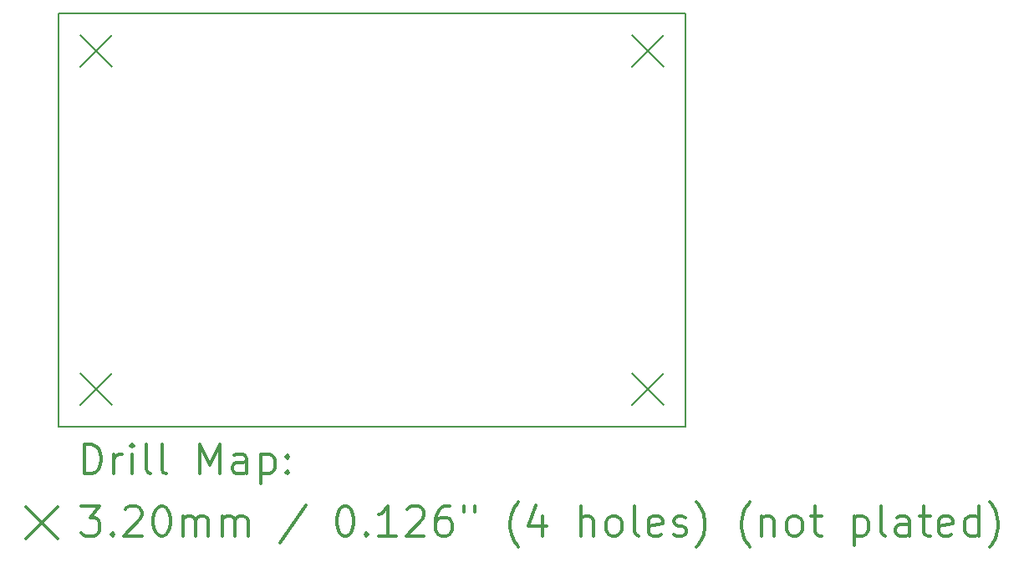
<source format=gbr>
%FSLAX45Y45*%
G04 Gerber Fmt 4.5, Leading zero omitted, Abs format (unit mm)*
G04 Created by KiCad (PCBNEW 4.0.7) date 12/18/18 08:38:41*
%MOMM*%
%LPD*%
G01*
G04 APERTURE LIST*
%ADD10C,0.127000*%
%ADD11C,0.150000*%
%ADD12C,0.200000*%
%ADD13C,0.300000*%
G04 APERTURE END LIST*
D10*
D11*
X19685000Y-6985000D02*
X19685000Y-11176000D01*
X13335000Y-6985000D02*
X19685000Y-6985000D01*
X13335000Y-11176000D02*
X13335000Y-6985000D01*
X19685000Y-11176000D02*
X13335000Y-11176000D01*
D12*
X13556000Y-7206000D02*
X13876000Y-7526000D01*
X13876000Y-7206000D02*
X13556000Y-7526000D01*
X13556000Y-10635000D02*
X13876000Y-10955000D01*
X13876000Y-10635000D02*
X13556000Y-10955000D01*
X19144000Y-7206000D02*
X19464000Y-7526000D01*
X19464000Y-7206000D02*
X19144000Y-7526000D01*
X19144000Y-10635000D02*
X19464000Y-10955000D01*
X19464000Y-10635000D02*
X19144000Y-10955000D01*
D13*
X13598928Y-11649214D02*
X13598928Y-11349214D01*
X13670357Y-11349214D01*
X13713214Y-11363500D01*
X13741786Y-11392071D01*
X13756071Y-11420643D01*
X13770357Y-11477786D01*
X13770357Y-11520643D01*
X13756071Y-11577786D01*
X13741786Y-11606357D01*
X13713214Y-11634929D01*
X13670357Y-11649214D01*
X13598928Y-11649214D01*
X13898928Y-11649214D02*
X13898928Y-11449214D01*
X13898928Y-11506357D02*
X13913214Y-11477786D01*
X13927500Y-11463500D01*
X13956071Y-11449214D01*
X13984643Y-11449214D01*
X14084643Y-11649214D02*
X14084643Y-11449214D01*
X14084643Y-11349214D02*
X14070357Y-11363500D01*
X14084643Y-11377786D01*
X14098928Y-11363500D01*
X14084643Y-11349214D01*
X14084643Y-11377786D01*
X14270357Y-11649214D02*
X14241786Y-11634929D01*
X14227500Y-11606357D01*
X14227500Y-11349214D01*
X14427500Y-11649214D02*
X14398928Y-11634929D01*
X14384643Y-11606357D01*
X14384643Y-11349214D01*
X14770357Y-11649214D02*
X14770357Y-11349214D01*
X14870357Y-11563500D01*
X14970357Y-11349214D01*
X14970357Y-11649214D01*
X15241786Y-11649214D02*
X15241786Y-11492071D01*
X15227500Y-11463500D01*
X15198928Y-11449214D01*
X15141786Y-11449214D01*
X15113214Y-11463500D01*
X15241786Y-11634929D02*
X15213214Y-11649214D01*
X15141786Y-11649214D01*
X15113214Y-11634929D01*
X15098928Y-11606357D01*
X15098928Y-11577786D01*
X15113214Y-11549214D01*
X15141786Y-11534929D01*
X15213214Y-11534929D01*
X15241786Y-11520643D01*
X15384643Y-11449214D02*
X15384643Y-11749214D01*
X15384643Y-11463500D02*
X15413214Y-11449214D01*
X15470357Y-11449214D01*
X15498928Y-11463500D01*
X15513214Y-11477786D01*
X15527500Y-11506357D01*
X15527500Y-11592071D01*
X15513214Y-11620643D01*
X15498928Y-11634929D01*
X15470357Y-11649214D01*
X15413214Y-11649214D01*
X15384643Y-11634929D01*
X15656071Y-11620643D02*
X15670357Y-11634929D01*
X15656071Y-11649214D01*
X15641786Y-11634929D01*
X15656071Y-11620643D01*
X15656071Y-11649214D01*
X15656071Y-11463500D02*
X15670357Y-11477786D01*
X15656071Y-11492071D01*
X15641786Y-11477786D01*
X15656071Y-11463500D01*
X15656071Y-11492071D01*
X13007500Y-11983500D02*
X13327500Y-12303500D01*
X13327500Y-11983500D02*
X13007500Y-12303500D01*
X13570357Y-11979214D02*
X13756071Y-11979214D01*
X13656071Y-12093500D01*
X13698928Y-12093500D01*
X13727500Y-12107786D01*
X13741786Y-12122071D01*
X13756071Y-12150643D01*
X13756071Y-12222071D01*
X13741786Y-12250643D01*
X13727500Y-12264929D01*
X13698928Y-12279214D01*
X13613214Y-12279214D01*
X13584643Y-12264929D01*
X13570357Y-12250643D01*
X13884643Y-12250643D02*
X13898928Y-12264929D01*
X13884643Y-12279214D01*
X13870357Y-12264929D01*
X13884643Y-12250643D01*
X13884643Y-12279214D01*
X14013214Y-12007786D02*
X14027500Y-11993500D01*
X14056071Y-11979214D01*
X14127500Y-11979214D01*
X14156071Y-11993500D01*
X14170357Y-12007786D01*
X14184643Y-12036357D01*
X14184643Y-12064929D01*
X14170357Y-12107786D01*
X13998928Y-12279214D01*
X14184643Y-12279214D01*
X14370357Y-11979214D02*
X14398928Y-11979214D01*
X14427500Y-11993500D01*
X14441786Y-12007786D01*
X14456071Y-12036357D01*
X14470357Y-12093500D01*
X14470357Y-12164929D01*
X14456071Y-12222071D01*
X14441786Y-12250643D01*
X14427500Y-12264929D01*
X14398928Y-12279214D01*
X14370357Y-12279214D01*
X14341786Y-12264929D01*
X14327500Y-12250643D01*
X14313214Y-12222071D01*
X14298928Y-12164929D01*
X14298928Y-12093500D01*
X14313214Y-12036357D01*
X14327500Y-12007786D01*
X14341786Y-11993500D01*
X14370357Y-11979214D01*
X14598928Y-12279214D02*
X14598928Y-12079214D01*
X14598928Y-12107786D02*
X14613214Y-12093500D01*
X14641786Y-12079214D01*
X14684643Y-12079214D01*
X14713214Y-12093500D01*
X14727500Y-12122071D01*
X14727500Y-12279214D01*
X14727500Y-12122071D02*
X14741786Y-12093500D01*
X14770357Y-12079214D01*
X14813214Y-12079214D01*
X14841786Y-12093500D01*
X14856071Y-12122071D01*
X14856071Y-12279214D01*
X14998928Y-12279214D02*
X14998928Y-12079214D01*
X14998928Y-12107786D02*
X15013214Y-12093500D01*
X15041786Y-12079214D01*
X15084643Y-12079214D01*
X15113214Y-12093500D01*
X15127500Y-12122071D01*
X15127500Y-12279214D01*
X15127500Y-12122071D02*
X15141786Y-12093500D01*
X15170357Y-12079214D01*
X15213214Y-12079214D01*
X15241786Y-12093500D01*
X15256071Y-12122071D01*
X15256071Y-12279214D01*
X15841786Y-11964929D02*
X15584643Y-12350643D01*
X16227500Y-11979214D02*
X16256071Y-11979214D01*
X16284643Y-11993500D01*
X16298928Y-12007786D01*
X16313214Y-12036357D01*
X16327500Y-12093500D01*
X16327500Y-12164929D01*
X16313214Y-12222071D01*
X16298928Y-12250643D01*
X16284643Y-12264929D01*
X16256071Y-12279214D01*
X16227500Y-12279214D01*
X16198928Y-12264929D01*
X16184643Y-12250643D01*
X16170357Y-12222071D01*
X16156071Y-12164929D01*
X16156071Y-12093500D01*
X16170357Y-12036357D01*
X16184643Y-12007786D01*
X16198928Y-11993500D01*
X16227500Y-11979214D01*
X16456071Y-12250643D02*
X16470357Y-12264929D01*
X16456071Y-12279214D01*
X16441786Y-12264929D01*
X16456071Y-12250643D01*
X16456071Y-12279214D01*
X16756071Y-12279214D02*
X16584643Y-12279214D01*
X16670357Y-12279214D02*
X16670357Y-11979214D01*
X16641785Y-12022071D01*
X16613214Y-12050643D01*
X16584643Y-12064929D01*
X16870357Y-12007786D02*
X16884643Y-11993500D01*
X16913214Y-11979214D01*
X16984643Y-11979214D01*
X17013214Y-11993500D01*
X17027500Y-12007786D01*
X17041786Y-12036357D01*
X17041786Y-12064929D01*
X17027500Y-12107786D01*
X16856071Y-12279214D01*
X17041786Y-12279214D01*
X17298928Y-11979214D02*
X17241786Y-11979214D01*
X17213214Y-11993500D01*
X17198928Y-12007786D01*
X17170357Y-12050643D01*
X17156071Y-12107786D01*
X17156071Y-12222071D01*
X17170357Y-12250643D01*
X17184643Y-12264929D01*
X17213214Y-12279214D01*
X17270357Y-12279214D01*
X17298928Y-12264929D01*
X17313214Y-12250643D01*
X17327500Y-12222071D01*
X17327500Y-12150643D01*
X17313214Y-12122071D01*
X17298928Y-12107786D01*
X17270357Y-12093500D01*
X17213214Y-12093500D01*
X17184643Y-12107786D01*
X17170357Y-12122071D01*
X17156071Y-12150643D01*
X17441786Y-11979214D02*
X17441786Y-12036357D01*
X17556071Y-11979214D02*
X17556071Y-12036357D01*
X17998928Y-12393500D02*
X17984643Y-12379214D01*
X17956071Y-12336357D01*
X17941786Y-12307786D01*
X17927500Y-12264929D01*
X17913214Y-12193500D01*
X17913214Y-12136357D01*
X17927500Y-12064929D01*
X17941786Y-12022071D01*
X17956071Y-11993500D01*
X17984643Y-11950643D01*
X17998928Y-11936357D01*
X18241786Y-12079214D02*
X18241786Y-12279214D01*
X18170357Y-11964929D02*
X18098928Y-12179214D01*
X18284643Y-12179214D01*
X18627500Y-12279214D02*
X18627500Y-11979214D01*
X18756071Y-12279214D02*
X18756071Y-12122071D01*
X18741786Y-12093500D01*
X18713214Y-12079214D01*
X18670357Y-12079214D01*
X18641786Y-12093500D01*
X18627500Y-12107786D01*
X18941786Y-12279214D02*
X18913214Y-12264929D01*
X18898928Y-12250643D01*
X18884643Y-12222071D01*
X18884643Y-12136357D01*
X18898928Y-12107786D01*
X18913214Y-12093500D01*
X18941786Y-12079214D01*
X18984643Y-12079214D01*
X19013214Y-12093500D01*
X19027500Y-12107786D01*
X19041786Y-12136357D01*
X19041786Y-12222071D01*
X19027500Y-12250643D01*
X19013214Y-12264929D01*
X18984643Y-12279214D01*
X18941786Y-12279214D01*
X19213214Y-12279214D02*
X19184643Y-12264929D01*
X19170357Y-12236357D01*
X19170357Y-11979214D01*
X19441786Y-12264929D02*
X19413214Y-12279214D01*
X19356071Y-12279214D01*
X19327500Y-12264929D01*
X19313214Y-12236357D01*
X19313214Y-12122071D01*
X19327500Y-12093500D01*
X19356071Y-12079214D01*
X19413214Y-12079214D01*
X19441786Y-12093500D01*
X19456071Y-12122071D01*
X19456071Y-12150643D01*
X19313214Y-12179214D01*
X19570357Y-12264929D02*
X19598929Y-12279214D01*
X19656071Y-12279214D01*
X19684643Y-12264929D01*
X19698929Y-12236357D01*
X19698929Y-12222071D01*
X19684643Y-12193500D01*
X19656071Y-12179214D01*
X19613214Y-12179214D01*
X19584643Y-12164929D01*
X19570357Y-12136357D01*
X19570357Y-12122071D01*
X19584643Y-12093500D01*
X19613214Y-12079214D01*
X19656071Y-12079214D01*
X19684643Y-12093500D01*
X19798928Y-12393500D02*
X19813214Y-12379214D01*
X19841786Y-12336357D01*
X19856071Y-12307786D01*
X19870357Y-12264929D01*
X19884643Y-12193500D01*
X19884643Y-12136357D01*
X19870357Y-12064929D01*
X19856071Y-12022071D01*
X19841786Y-11993500D01*
X19813214Y-11950643D01*
X19798928Y-11936357D01*
X20341786Y-12393500D02*
X20327500Y-12379214D01*
X20298928Y-12336357D01*
X20284643Y-12307786D01*
X20270357Y-12264929D01*
X20256071Y-12193500D01*
X20256071Y-12136357D01*
X20270357Y-12064929D01*
X20284643Y-12022071D01*
X20298928Y-11993500D01*
X20327500Y-11950643D01*
X20341786Y-11936357D01*
X20456071Y-12079214D02*
X20456071Y-12279214D01*
X20456071Y-12107786D02*
X20470357Y-12093500D01*
X20498928Y-12079214D01*
X20541786Y-12079214D01*
X20570357Y-12093500D01*
X20584643Y-12122071D01*
X20584643Y-12279214D01*
X20770357Y-12279214D02*
X20741786Y-12264929D01*
X20727500Y-12250643D01*
X20713214Y-12222071D01*
X20713214Y-12136357D01*
X20727500Y-12107786D01*
X20741786Y-12093500D01*
X20770357Y-12079214D01*
X20813214Y-12079214D01*
X20841786Y-12093500D01*
X20856071Y-12107786D01*
X20870357Y-12136357D01*
X20870357Y-12222071D01*
X20856071Y-12250643D01*
X20841786Y-12264929D01*
X20813214Y-12279214D01*
X20770357Y-12279214D01*
X20956071Y-12079214D02*
X21070357Y-12079214D01*
X20998929Y-11979214D02*
X20998929Y-12236357D01*
X21013214Y-12264929D01*
X21041786Y-12279214D01*
X21070357Y-12279214D01*
X21398929Y-12079214D02*
X21398929Y-12379214D01*
X21398929Y-12093500D02*
X21427500Y-12079214D01*
X21484643Y-12079214D01*
X21513214Y-12093500D01*
X21527500Y-12107786D01*
X21541786Y-12136357D01*
X21541786Y-12222071D01*
X21527500Y-12250643D01*
X21513214Y-12264929D01*
X21484643Y-12279214D01*
X21427500Y-12279214D01*
X21398929Y-12264929D01*
X21713214Y-12279214D02*
X21684643Y-12264929D01*
X21670357Y-12236357D01*
X21670357Y-11979214D01*
X21956071Y-12279214D02*
X21956071Y-12122071D01*
X21941786Y-12093500D01*
X21913214Y-12079214D01*
X21856071Y-12079214D01*
X21827500Y-12093500D01*
X21956071Y-12264929D02*
X21927500Y-12279214D01*
X21856071Y-12279214D01*
X21827500Y-12264929D01*
X21813214Y-12236357D01*
X21813214Y-12207786D01*
X21827500Y-12179214D01*
X21856071Y-12164929D01*
X21927500Y-12164929D01*
X21956071Y-12150643D01*
X22056071Y-12079214D02*
X22170357Y-12079214D01*
X22098929Y-11979214D02*
X22098929Y-12236357D01*
X22113214Y-12264929D01*
X22141786Y-12279214D01*
X22170357Y-12279214D01*
X22384643Y-12264929D02*
X22356072Y-12279214D01*
X22298929Y-12279214D01*
X22270357Y-12264929D01*
X22256072Y-12236357D01*
X22256072Y-12122071D01*
X22270357Y-12093500D01*
X22298929Y-12079214D01*
X22356072Y-12079214D01*
X22384643Y-12093500D01*
X22398929Y-12122071D01*
X22398929Y-12150643D01*
X22256072Y-12179214D01*
X22656071Y-12279214D02*
X22656071Y-11979214D01*
X22656071Y-12264929D02*
X22627500Y-12279214D01*
X22570357Y-12279214D01*
X22541786Y-12264929D01*
X22527500Y-12250643D01*
X22513214Y-12222071D01*
X22513214Y-12136357D01*
X22527500Y-12107786D01*
X22541786Y-12093500D01*
X22570357Y-12079214D01*
X22627500Y-12079214D01*
X22656071Y-12093500D01*
X22770357Y-12393500D02*
X22784643Y-12379214D01*
X22813214Y-12336357D01*
X22827500Y-12307786D01*
X22841786Y-12264929D01*
X22856071Y-12193500D01*
X22856071Y-12136357D01*
X22841786Y-12064929D01*
X22827500Y-12022071D01*
X22813214Y-11993500D01*
X22784643Y-11950643D01*
X22770357Y-11936357D01*
M02*

</source>
